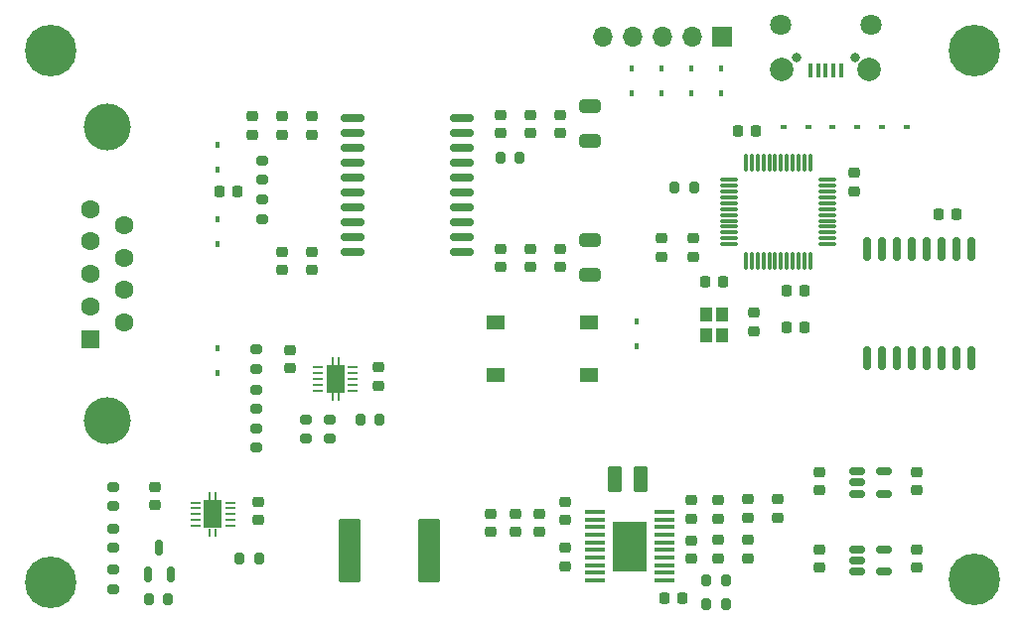
<source format=gts>
G04 #@! TF.GenerationSoftware,KiCad,Pcbnew,6.0.11+dfsg-1*
G04 #@! TF.CreationDate,2024-04-01T21:29:24-07:00*
G04 #@! TF.ProjectId,car-logger,6361722d-6c6f-4676-9765-722e6b696361,v1*
G04 #@! TF.SameCoordinates,Original*
G04 #@! TF.FileFunction,Soldermask,Top*
G04 #@! TF.FilePolarity,Negative*
%FSLAX46Y46*%
G04 Gerber Fmt 4.6, Leading zero omitted, Abs format (unit mm)*
G04 Created by KiCad (PCBNEW 6.0.11+dfsg-1) date 2024-04-01 21:29:24*
%MOMM*%
%LPD*%
G01*
G04 APERTURE LIST*
G04 Aperture macros list*
%AMRoundRect*
0 Rectangle with rounded corners*
0 $1 Rounding radius*
0 $2 $3 $4 $5 $6 $7 $8 $9 X,Y pos of 4 corners*
0 Add a 4 corners polygon primitive as box body*
4,1,4,$2,$3,$4,$5,$6,$7,$8,$9,$2,$3,0*
0 Add four circle primitives for the rounded corners*
1,1,$1+$1,$2,$3*
1,1,$1+$1,$4,$5*
1,1,$1+$1,$6,$7*
1,1,$1+$1,$8,$9*
0 Add four rect primitives between the rounded corners*
20,1,$1+$1,$2,$3,$4,$5,0*
20,1,$1+$1,$4,$5,$6,$7,0*
20,1,$1+$1,$6,$7,$8,$9,0*
20,1,$1+$1,$8,$9,$2,$3,0*%
G04 Aperture macros list end*
%ADD10RoundRect,0.200000X-0.275000X0.200000X-0.275000X-0.200000X0.275000X-0.200000X0.275000X0.200000X0*%
%ADD11R,0.600000X0.450000*%
%ADD12RoundRect,0.225000X-0.225000X-0.250000X0.225000X-0.250000X0.225000X0.250000X-0.225000X0.250000X0*%
%ADD13RoundRect,0.075000X0.075000X-0.662500X0.075000X0.662500X-0.075000X0.662500X-0.075000X-0.662500X0*%
%ADD14RoundRect,0.075000X0.662500X-0.075000X0.662500X0.075000X-0.662500X0.075000X-0.662500X-0.075000X0*%
%ADD15R,0.450000X0.600000*%
%ADD16RoundRect,0.225000X0.225000X0.250000X-0.225000X0.250000X-0.225000X-0.250000X0.225000X-0.250000X0*%
%ADD17RoundRect,0.225000X-0.250000X0.225000X-0.250000X-0.225000X0.250000X-0.225000X0.250000X0.225000X0*%
%ADD18RoundRect,0.225000X0.250000X-0.225000X0.250000X0.225000X-0.250000X0.225000X-0.250000X-0.225000X0*%
%ADD19R,1.700000X1.700000*%
%ADD20O,1.700000X1.700000*%
%ADD21R,0.850000X0.280000*%
%ADD22R,0.280000X0.700000*%
%ADD23R,1.650000X2.400000*%
%ADD24RoundRect,0.200000X0.275000X-0.200000X0.275000X0.200000X-0.275000X0.200000X-0.275000X-0.200000X0*%
%ADD25RoundRect,0.250000X0.650000X-0.325000X0.650000X0.325000X-0.650000X0.325000X-0.650000X-0.325000X0*%
%ADD26R,1.550000X1.300000*%
%ADD27RoundRect,0.250000X-0.375000X-0.850000X0.375000X-0.850000X0.375000X0.850000X-0.375000X0.850000X0*%
%ADD28RoundRect,0.200000X0.200000X0.275000X-0.200000X0.275000X-0.200000X-0.275000X0.200000X-0.275000X0*%
%ADD29RoundRect,0.150000X-0.512500X-0.150000X0.512500X-0.150000X0.512500X0.150000X-0.512500X0.150000X0*%
%ADD30RoundRect,0.200000X-0.200000X-0.275000X0.200000X-0.275000X0.200000X0.275000X-0.200000X0.275000X0*%
%ADD31RoundRect,0.150000X0.150000X-0.512500X0.150000X0.512500X-0.150000X0.512500X-0.150000X-0.512500X0*%
%ADD32RoundRect,0.150000X0.875000X0.150000X-0.875000X0.150000X-0.875000X-0.150000X0.875000X-0.150000X0*%
%ADD33RoundRect,0.250000X-0.650000X0.325000X-0.650000X-0.325000X0.650000X-0.325000X0.650000X0.325000X0*%
%ADD34C,0.700000*%
%ADD35C,4.400000*%
%ADD36RoundRect,0.150000X-0.150000X0.875000X-0.150000X-0.875000X0.150000X-0.875000X0.150000X0.875000X0*%
%ADD37R,1.000000X1.150000*%
%ADD38RoundRect,0.250000X-0.712500X-2.475000X0.712500X-2.475000X0.712500X2.475000X-0.712500X2.475000X0*%
%ADD39C,0.800000*%
%ADD40R,0.450000X1.300000*%
%ADD41C,2.000000*%
%ADD42C,1.800000*%
%ADD43C,4.000000*%
%ADD44R,1.600000X1.600000*%
%ADD45C,1.600000*%
%ADD46R,1.780000X0.420000*%
%ADD47R,3.000000X4.200000*%
G04 APERTURE END LIST*
D10*
X103073984Y-102997000D03*
X103073984Y-104647000D03*
D11*
X160240000Y-68740000D03*
X162340000Y-68740000D03*
D12*
X150101000Y-108966000D03*
X151651000Y-108966000D03*
D13*
X157020000Y-80132500D03*
X157520000Y-80132500D03*
X158020000Y-80132500D03*
X158520000Y-80132500D03*
X159020000Y-80132500D03*
X159520000Y-80132500D03*
X160020000Y-80132500D03*
X160520000Y-80132500D03*
X161020000Y-80132500D03*
X161520000Y-80132500D03*
X162020000Y-80132500D03*
X162520000Y-80132500D03*
D14*
X163932500Y-78720000D03*
X163932500Y-78220000D03*
X163932500Y-77720000D03*
X163932500Y-77220000D03*
X163932500Y-76720000D03*
X163932500Y-76220000D03*
X163932500Y-75720000D03*
X163932500Y-75220000D03*
X163932500Y-74720000D03*
X163932500Y-74220000D03*
X163932500Y-73720000D03*
X163932500Y-73220000D03*
D13*
X162520000Y-71807500D03*
X162020000Y-71807500D03*
X161520000Y-71807500D03*
X161020000Y-71807500D03*
X160520000Y-71807500D03*
X160020000Y-71807500D03*
X159520000Y-71807500D03*
X159020000Y-71807500D03*
X158520000Y-71807500D03*
X158020000Y-71807500D03*
X157520000Y-71807500D03*
X157020000Y-71807500D03*
D14*
X155607500Y-73220000D03*
X155607500Y-73720000D03*
X155607500Y-74220000D03*
X155607500Y-74720000D03*
X155607500Y-75220000D03*
X155607500Y-75720000D03*
X155607500Y-76220000D03*
X155607500Y-76720000D03*
X155607500Y-77220000D03*
X155607500Y-77720000D03*
X155607500Y-78220000D03*
X155607500Y-78720000D03*
D15*
X147674516Y-87410000D03*
X147674516Y-85310000D03*
D16*
X155080000Y-81915000D03*
X153530000Y-81915000D03*
D17*
X152400000Y-100571000D03*
X152400000Y-102121000D03*
D18*
X152527000Y-79775000D03*
X152527000Y-78225000D03*
D17*
X157226000Y-103973420D03*
X157226000Y-105523420D03*
X138680000Y-79094420D03*
X138680000Y-80644420D03*
X154686000Y-103973420D03*
X154686000Y-105523420D03*
D16*
X113710000Y-74197900D03*
X112160000Y-74197900D03*
D11*
X170765000Y-68750000D03*
X168665000Y-68750000D03*
D19*
X155000000Y-61020000D03*
D20*
X152460000Y-61020000D03*
X149920000Y-61020000D03*
X147380000Y-61020000D03*
X144840000Y-61020000D03*
D17*
X141220000Y-79094420D03*
X141220000Y-80644420D03*
X152400000Y-104012500D03*
X152400000Y-105562500D03*
D10*
X103073984Y-99441000D03*
X103073984Y-101091000D03*
D17*
X171577000Y-98158000D03*
X171577000Y-99708000D03*
X139446000Y-101714000D03*
X139446000Y-103264000D03*
D18*
X117490000Y-69355000D03*
X117490000Y-67805000D03*
D15*
X111985000Y-76627900D03*
X111985000Y-78727900D03*
D10*
X115265484Y-94425000D03*
X115265484Y-96075000D03*
D21*
X120578484Y-89225710D03*
X120578484Y-89725710D03*
X120578484Y-90225710D03*
X120578484Y-90725710D03*
X120578484Y-91225710D03*
X123528484Y-91225710D03*
X123528484Y-90725710D03*
X123528484Y-90225710D03*
X123528484Y-89725710D03*
X123528484Y-89225710D03*
D22*
X122303484Y-88675710D03*
X122303484Y-91775710D03*
X121803484Y-91775710D03*
X121803484Y-88675710D03*
D23*
X122053484Y-90225710D03*
D18*
X137414000Y-103264000D03*
X137414000Y-101714000D03*
D17*
X118160984Y-87760710D03*
X118160984Y-89310710D03*
D24*
X115795000Y-73215000D03*
X115795000Y-71565000D03*
D25*
X143760000Y-69914420D03*
X143760000Y-66964420D03*
D18*
X141605000Y-102248000D03*
X141605000Y-100698000D03*
D15*
X149860000Y-65820000D03*
X149860000Y-63720000D03*
X111985000Y-72377900D03*
X111985000Y-70277900D03*
D26*
X143675000Y-89880000D03*
X135725000Y-89880000D03*
X135725000Y-85380000D03*
X143675000Y-85380000D03*
D17*
X125743484Y-89240710D03*
X125743484Y-90790710D03*
D18*
X138680000Y-69214420D03*
X138680000Y-67664420D03*
D27*
X145864000Y-98806000D03*
X148014000Y-98806000D03*
D17*
X163322000Y-104762000D03*
X163322000Y-106312000D03*
D24*
X121539000Y-95313000D03*
X121539000Y-93663000D03*
D18*
X141220000Y-69214420D03*
X141220000Y-67664420D03*
D10*
X103073984Y-106504500D03*
X103073984Y-108154500D03*
D16*
X162065000Y-82677000D03*
X160515000Y-82677000D03*
D15*
X154940000Y-65820000D03*
X154940000Y-63720000D03*
D17*
X115476484Y-100699500D03*
X115476484Y-102249500D03*
D28*
X125793000Y-93726000D03*
X124143000Y-93726000D03*
D29*
X166502500Y-104750000D03*
X166502500Y-105700000D03*
X166502500Y-106650000D03*
X168777500Y-106650000D03*
X168777500Y-104750000D03*
D28*
X155320000Y-107442000D03*
X153670000Y-107442000D03*
D10*
X115265484Y-87710710D03*
X115265484Y-89360710D03*
D21*
X110121484Y-100764500D03*
X110121484Y-101264500D03*
X110121484Y-101764500D03*
X110121484Y-102264500D03*
X110121484Y-102764500D03*
X113071484Y-102764500D03*
X113071484Y-102264500D03*
X113071484Y-101764500D03*
X113071484Y-101264500D03*
X113071484Y-100764500D03*
D22*
X111846484Y-103314500D03*
X111846484Y-100214500D03*
X111346484Y-103314500D03*
X111346484Y-100214500D03*
D23*
X111596484Y-101764500D03*
D30*
X106109000Y-109027000D03*
X107759000Y-109027000D03*
X153670000Y-109474000D03*
X155320000Y-109474000D03*
D24*
X115795000Y-76580000D03*
X115795000Y-74930000D03*
D11*
X166500000Y-68740000D03*
X164400000Y-68740000D03*
D10*
X119557516Y-93663000D03*
X119557516Y-95313000D03*
D18*
X149860000Y-79769000D03*
X149860000Y-78219000D03*
D10*
X115265484Y-91123000D03*
X115265484Y-92773000D03*
D17*
X171577000Y-104762000D03*
X171577000Y-106312000D03*
D18*
X120030000Y-69355000D03*
X120030000Y-67805000D03*
D17*
X117490000Y-79357100D03*
X117490000Y-80907100D03*
D31*
X106081484Y-106928500D03*
X107981484Y-106928500D03*
X107031484Y-104653500D03*
D15*
X112014000Y-89696000D03*
X112014000Y-87596000D03*
D16*
X175019000Y-76165000D03*
X173469000Y-76165000D03*
D28*
X137731000Y-71374000D03*
X136081000Y-71374000D03*
D12*
X156324000Y-69088000D03*
X157874000Y-69088000D03*
X160515000Y-85852000D03*
X162065000Y-85852000D03*
D28*
X115506000Y-105537000D03*
X113856000Y-105537000D03*
D17*
X166243000Y-72631000D03*
X166243000Y-74181000D03*
X141605000Y-104635000D03*
X141605000Y-106185000D03*
X163322000Y-98144420D03*
X163322000Y-99694420D03*
D18*
X135255000Y-103264000D03*
X135255000Y-101714000D03*
D32*
X132810000Y-79375000D03*
X132810000Y-78105000D03*
X132810000Y-76835000D03*
X132810000Y-75565000D03*
X132810000Y-74295000D03*
X132810000Y-73025000D03*
X132810000Y-71755000D03*
X132810000Y-70485000D03*
X132810000Y-69215000D03*
X132810000Y-67945000D03*
X123510000Y-67945000D03*
X123510000Y-69215000D03*
X123510000Y-70485000D03*
X123510000Y-71755000D03*
X123510000Y-73025000D03*
X123510000Y-74295000D03*
X123510000Y-75565000D03*
X123510000Y-76835000D03*
X123510000Y-78105000D03*
X123510000Y-79375000D03*
D15*
X152400000Y-65820000D03*
X152400000Y-63720000D03*
D28*
X152590000Y-73914000D03*
X150940000Y-73914000D03*
D33*
X143760000Y-78394420D03*
X143760000Y-81344420D03*
D15*
X147320000Y-65820000D03*
X147320000Y-63720000D03*
D34*
X97790000Y-60580000D03*
X96623274Y-61063274D03*
X99440000Y-62230000D03*
D35*
X97790000Y-62230000D03*
D34*
X96623274Y-63396726D03*
X98956726Y-63396726D03*
X96140000Y-62230000D03*
X98956726Y-61063274D03*
X97790000Y-63880000D03*
D17*
X106680000Y-99428000D03*
X106680000Y-100978000D03*
X157734000Y-84569000D03*
X157734000Y-86119000D03*
D36*
X176209516Y-79135000D03*
X174939516Y-79135000D03*
X173669516Y-79135000D03*
X172399516Y-79135000D03*
X171129516Y-79135000D03*
X169859516Y-79135000D03*
X168589516Y-79135000D03*
X167319516Y-79135000D03*
X167319516Y-88435000D03*
X168589516Y-88435000D03*
X169859516Y-88435000D03*
X171129516Y-88435000D03*
X172399516Y-88435000D03*
X173669516Y-88435000D03*
X174939516Y-88435000D03*
X176209516Y-88435000D03*
D17*
X120030000Y-79357100D03*
X120030000Y-80907100D03*
D18*
X136140000Y-69214420D03*
X136140000Y-67664420D03*
X154686000Y-102121000D03*
X154686000Y-100571000D03*
X157226000Y-102050420D03*
X157226000Y-100500420D03*
D34*
X174814516Y-62230000D03*
X175297790Y-61063274D03*
X178114516Y-62230000D03*
D35*
X176464516Y-62230000D03*
D34*
X177631242Y-63396726D03*
X176464516Y-60580000D03*
X177631242Y-61063274D03*
X175297790Y-63396726D03*
X176464516Y-63880000D03*
D18*
X159766000Y-102051000D03*
X159766000Y-100501000D03*
X114950000Y-69355000D03*
X114950000Y-67805000D03*
D34*
X97724516Y-105960000D03*
X96074516Y-107610000D03*
X98891242Y-106443274D03*
X96557790Y-106443274D03*
X99374516Y-107610000D03*
X97724516Y-109260000D03*
X98891242Y-108776726D03*
D35*
X97724516Y-107610000D03*
D34*
X96557790Y-108776726D03*
D37*
X153605000Y-84723000D03*
X153605000Y-86473000D03*
X155005000Y-86473000D03*
X155005000Y-84723000D03*
D38*
X123231500Y-104902000D03*
X130006500Y-104902000D03*
D29*
X166502500Y-98110000D03*
X166502500Y-99060000D03*
X166502500Y-100010000D03*
X168777500Y-100010000D03*
X168777500Y-98110000D03*
D34*
X177631242Y-106193274D03*
X174814516Y-107360000D03*
X175297790Y-106193274D03*
X177631242Y-108526726D03*
X178114516Y-107360000D03*
D35*
X176464516Y-107360000D03*
D34*
X175297790Y-108526726D03*
X176464516Y-109010000D03*
X176464516Y-105710000D03*
D39*
X161330000Y-62770000D03*
X166330000Y-62770000D03*
D40*
X165130000Y-63870000D03*
X164480000Y-63870000D03*
X163830000Y-63870000D03*
X163180000Y-63870000D03*
X162530000Y-63870000D03*
D41*
X160105000Y-63820000D03*
D42*
X159955000Y-60020000D03*
D41*
X167555000Y-63820000D03*
D42*
X167705000Y-60020000D03*
D43*
X102604185Y-93755000D03*
X102604185Y-68755000D03*
D44*
X101184185Y-86795000D03*
D45*
X101184185Y-84025000D03*
X101184185Y-81255000D03*
X101184185Y-78485000D03*
X101184185Y-75715000D03*
X104024185Y-85410000D03*
X104024185Y-82640000D03*
X104024185Y-79870000D03*
X104024185Y-77100000D03*
D17*
X136110000Y-79094420D03*
X136110000Y-80644420D03*
D46*
X144130000Y-101569420D03*
X144130000Y-102219420D03*
X144130000Y-102869420D03*
X144130000Y-103519420D03*
X144130000Y-104169420D03*
X144130000Y-104819420D03*
X144130000Y-105469420D03*
X144130000Y-106119420D03*
X144130000Y-106769420D03*
X144130000Y-107419420D03*
X150070000Y-107419420D03*
X150070000Y-106769420D03*
X150070000Y-106119420D03*
X150070000Y-105469420D03*
X150070000Y-104819420D03*
X150070000Y-104169420D03*
X150070000Y-103519420D03*
X150070000Y-102869420D03*
X150070000Y-102219420D03*
X150070000Y-101569420D03*
D47*
X147100000Y-104494420D03*
M02*

</source>
